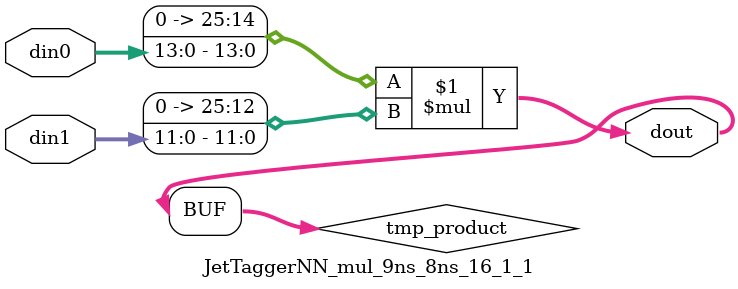
<source format=v>

`timescale 1 ns / 1 ps

  module JetTaggerNN_mul_9ns_8ns_16_1_1(din0, din1, dout);
parameter ID = 1;
parameter NUM_STAGE = 0;
parameter din0_WIDTH = 14;
parameter din1_WIDTH = 12;
parameter dout_WIDTH = 26;

input [din0_WIDTH - 1 : 0] din0; 
input [din1_WIDTH - 1 : 0] din1; 
output [dout_WIDTH - 1 : 0] dout;

wire signed [dout_WIDTH - 1 : 0] tmp_product;










assign tmp_product = $signed({1'b0, din0}) * $signed({1'b0, din1});











assign dout = tmp_product;







endmodule

</source>
